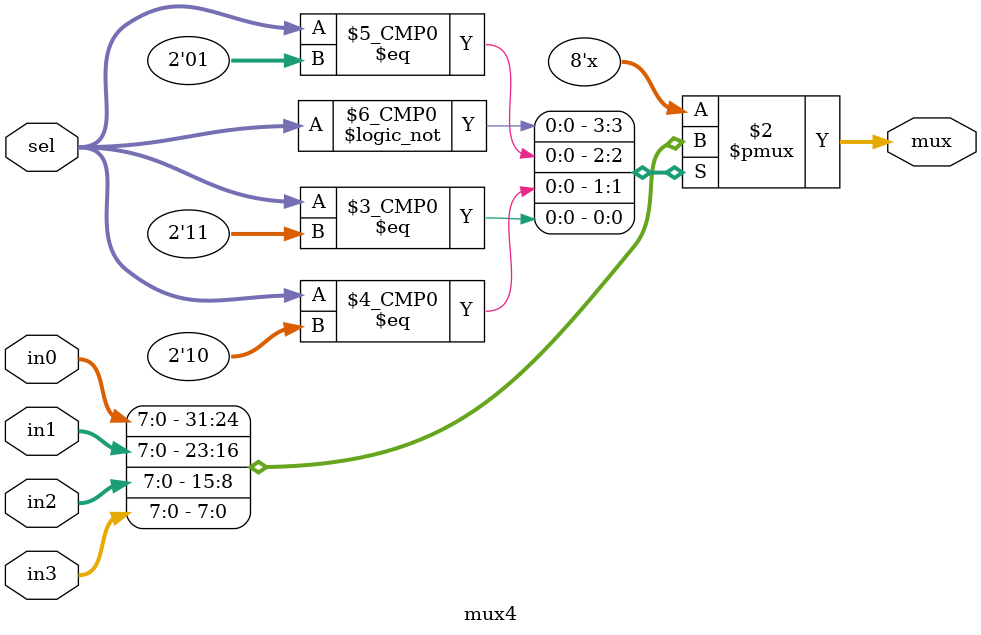
<source format=v>
`timescale 1ns/1ps
`define N 8
module mux2
(
	input [`N-1:0] in0,
	input [`N-1:0] in1,
	input sel,
	output [`N-1:0] mux
);

assign mux=sel==0 ? in0: in1;

endmodule


//Mux_3ways
module mux3
(
	input [`N-1:0] in0,
	input [`N-1:0] in1,
	input [`N-1:0] in2,
	input [1:0] sel,
	output reg [`N-1:0] mux
);

always@(*)
begin
	case(sel)
		2'b00:mux=in0;
		2'b01:mux=in1;
		default:mux=in2;
	endcase
end
endmodule

//Mux_4ways
module mux4
(
	input [`N-1:0] in0,
	input [`N-1:0] in1,
	input [`N-1:0] in2,
	input [`N-1:0] in3,
	input [1:0] sel,
	output reg [`N-1:0] mux
);

always@(*)
begin
	case(sel)
		2'b00:mux=in0;
		2'b01:mux=in1;
		2'b10:mux=in2;
		2'b11:mux=in3;
	endcase
end
endmodule


</source>
